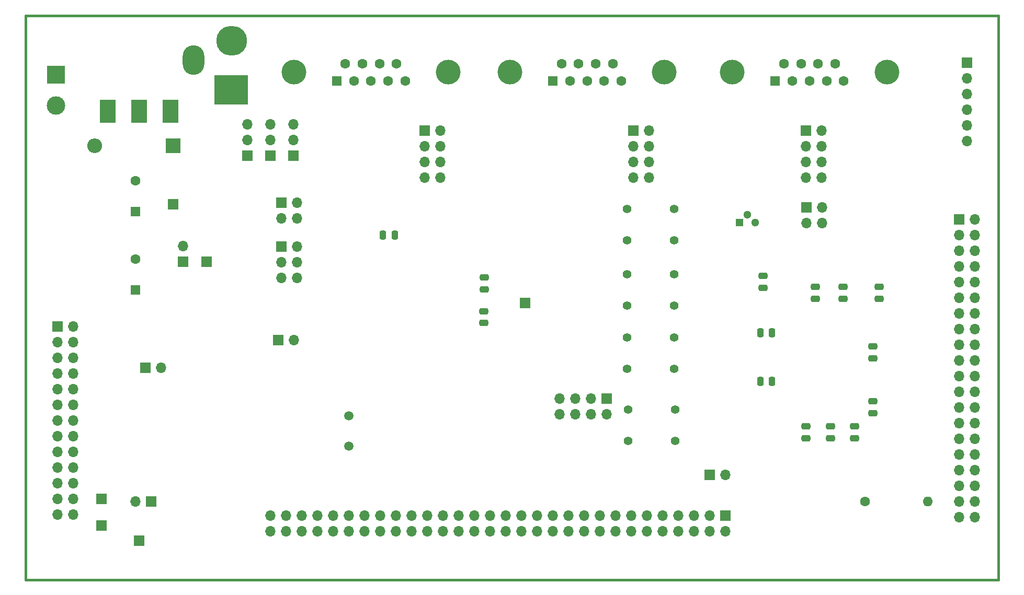
<source format=gbr>
%TF.GenerationSoftware,KiCad,Pcbnew,8.99.0-344-gfbc433deaa-dirty*%
%TF.CreationDate,2024-03-11T18:45:51+01:00*%
%TF.ProjectId,kit-dev-coldfire-xilinx_5213,6b69742d-6465-4762-9d63-6f6c64666972,2*%
%TF.SameCoordinates,Original*%
%TF.FileFunction,Soldermask,Bot*%
%TF.FilePolarity,Negative*%
%FSLAX46Y46*%
G04 Gerber Fmt 4.6, Leading zero omitted, Abs format (unit mm)*
G04 Created by KiCad (PCBNEW 8.99.0-344-gfbc433deaa-dirty) date 2024-03-11 18:45:51*
%MOMM*%
%LPD*%
G01*
G04 APERTURE LIST*
G04 Aperture macros list*
%AMRoundRect*
0 Rectangle with rounded corners*
0 $1 Rounding radius*
0 $2 $3 $4 $5 $6 $7 $8 $9 X,Y pos of 4 corners*
0 Add a 4 corners polygon primitive as box body*
4,1,4,$2,$3,$4,$5,$6,$7,$8,$9,$2,$3,0*
0 Add four circle primitives for the rounded corners*
1,1,$1+$1,$2,$3*
1,1,$1+$1,$4,$5*
1,1,$1+$1,$6,$7*
1,1,$1+$1,$8,$9*
0 Add four rect primitives between the rounded corners*
20,1,$1+$1,$2,$3,$4,$5,0*
20,1,$1+$1,$4,$5,$6,$7,0*
20,1,$1+$1,$6,$7,$8,$9,0*
20,1,$1+$1,$8,$9,$2,$3,0*%
G04 Aperture macros list end*
%ADD10C,1.397000*%
%ADD11R,1.700000X1.700000*%
%ADD12O,1.700000X1.700000*%
%ADD13R,1.600000X1.600000*%
%ADD14C,1.600000*%
%ADD15R,2.400000X2.400000*%
%ADD16O,2.400000X2.400000*%
%ADD17R,5.500000X4.800600*%
%ADD18O,5.000000X4.800600*%
%ADD19O,3.500000X4.800600*%
%ADD20R,1.300000X1.300000*%
%ADD21C,1.300000*%
%ADD22O,1.600000X1.600000*%
%ADD23R,2.540000X3.810000*%
%ADD24R,3.000000X3.000000*%
%ADD25C,3.000000*%
%ADD26C,1.500000*%
%ADD27C,4.000000*%
%ADD28RoundRect,0.250000X0.250000X0.475000X-0.250000X0.475000X-0.250000X-0.475000X0.250000X-0.475000X0*%
%ADD29RoundRect,0.250000X0.475000X-0.250000X0.475000X0.250000X-0.475000X0.250000X-0.475000X-0.250000X0*%
%ADD30RoundRect,0.250000X-0.475000X0.250000X-0.475000X-0.250000X0.475000X-0.250000X0.475000X0.250000X0*%
%TA.AperFunction,Profile*%
%ADD31C,0.381000*%
%TD*%
G04 APERTURE END LIST*
D10*
%TO.C,ABRT_SW101*%
X168529000Y-97790000D03*
X176149000Y-97790000D03*
X168529000Y-102870000D03*
X176149000Y-102870000D03*
%TD*%
D11*
%TO.C,ALLPST101*%
X152019000Y-102489000D03*
%TD*%
%TO.C,BDM_PORT101*%
X76327000Y-106299000D03*
D12*
X78867000Y-106299000D03*
X76327000Y-108839000D03*
X78867000Y-108839000D03*
X76327000Y-111379000D03*
X78867000Y-111379000D03*
X76327000Y-113919000D03*
X78867000Y-113919000D03*
X76327000Y-116459000D03*
X78867000Y-116459000D03*
X76327000Y-118999000D03*
X78867000Y-118999000D03*
X76327000Y-121539000D03*
X78867000Y-121539000D03*
X76327000Y-124079000D03*
X78867000Y-124079000D03*
X76327000Y-126619000D03*
X78867000Y-126619000D03*
X76327000Y-129159000D03*
X78867000Y-129159000D03*
X76327000Y-131699000D03*
X78867000Y-131699000D03*
X76327000Y-134239000D03*
X78867000Y-134239000D03*
X76327000Y-136779000D03*
X78867000Y-136779000D03*
%TD*%
D13*
%TO.C,C212*%
X88900000Y-87630000D03*
D14*
X88900000Y-82630000D03*
%TD*%
D13*
%TO.C,C215*%
X88900000Y-100330000D03*
D14*
X88900000Y-95330000D03*
%TD*%
D11*
%TO.C,CAN_TERM201*%
X96647000Y-95758000D03*
D12*
X96647000Y-93218000D03*
%TD*%
D11*
%TO.C,CLKOUT101*%
X83439000Y-134239000D03*
%TD*%
%TO.C,COM_SEL203*%
X114500000Y-78613000D03*
D12*
X114500000Y-76073000D03*
X114500000Y-73533000D03*
%TD*%
D11*
%TO.C,COM_SEL202*%
X110744000Y-78613000D03*
D12*
X110744000Y-76073000D03*
X110744000Y-73533000D03*
%TD*%
D11*
%TO.C,CT101*%
X91440000Y-134620000D03*
D12*
X88900000Y-134620000D03*
%TD*%
D15*
%TO.C,D201*%
X95000000Y-77000000D03*
D16*
X82300000Y-77000000D03*
%TD*%
D11*
%TO.C,GND101*%
X89535000Y-140970000D03*
%TD*%
D17*
%TO.C,J201*%
X104400000Y-67900000D03*
D18*
X104500000Y-60000000D03*
D19*
X98300000Y-63100000D03*
%TD*%
D20*
%TO.C,LV101*%
X186690000Y-89408000D03*
D21*
X187960000Y-88138000D03*
X189230000Y-89408000D03*
%TD*%
D11*
%TO.C,MCU_PORT201*%
X184404000Y-136906000D03*
D12*
X184404000Y-139446000D03*
X181864000Y-136906000D03*
X181864000Y-139446000D03*
X179324000Y-136906000D03*
X179324000Y-139446000D03*
X176784000Y-136906000D03*
X176784000Y-139446000D03*
X174244000Y-136906000D03*
X174244000Y-139446000D03*
X171704000Y-136906000D03*
X171704000Y-139446000D03*
X169164000Y-136906000D03*
X169164000Y-139446000D03*
X166624000Y-136906000D03*
X166624000Y-139446000D03*
X164084000Y-136906000D03*
X164084000Y-139446000D03*
X161544000Y-136906000D03*
X161544000Y-139446000D03*
X159004000Y-136906000D03*
X159004000Y-139446000D03*
X156464000Y-136906000D03*
X156464000Y-139446000D03*
X153924000Y-136906000D03*
X153924000Y-139446000D03*
X151384000Y-136906000D03*
X151384000Y-139446000D03*
X148844000Y-136906000D03*
X148844000Y-139446000D03*
X146304000Y-136906000D03*
X146304000Y-139446000D03*
X143764000Y-136906000D03*
X143764000Y-139446000D03*
X141224000Y-136906000D03*
X141224000Y-139446000D03*
X138684000Y-136906000D03*
X138684000Y-139446000D03*
X136144000Y-136906000D03*
X136144000Y-139446000D03*
X133604000Y-136906000D03*
X133604000Y-139446000D03*
X131064000Y-136906000D03*
X131064000Y-139446000D03*
X128524000Y-136906000D03*
X128524000Y-139446000D03*
X125984000Y-136906000D03*
X125984000Y-139446000D03*
X123444000Y-136906000D03*
X123444000Y-139446000D03*
X120904000Y-136906000D03*
X120904000Y-139446000D03*
X118364000Y-136906000D03*
X118364000Y-139446000D03*
X115824000Y-136906000D03*
X115824000Y-139446000D03*
X113284000Y-136906000D03*
X113284000Y-139446000D03*
X110744000Y-136906000D03*
X110744000Y-139446000D03*
%TD*%
D11*
%TO.C,P301*%
X223520000Y-63500000D03*
D12*
X223520000Y-66040000D03*
X223520000Y-68580000D03*
X223520000Y-71120000D03*
X223520000Y-73660000D03*
X223520000Y-76200000D03*
%TD*%
D11*
%TO.C,P303*%
X222250000Y-88900000D03*
D12*
X224790000Y-88900000D03*
X222250000Y-91440000D03*
X224790000Y-91440000D03*
X222250000Y-93980000D03*
X224790000Y-93980000D03*
X222250000Y-96520000D03*
X224790000Y-96520000D03*
X222250000Y-99060000D03*
X224790000Y-99060000D03*
X222250000Y-101600000D03*
X224790000Y-101600000D03*
X222250000Y-104140000D03*
X224790000Y-104140000D03*
X222250000Y-106680000D03*
X224790000Y-106680000D03*
X222250000Y-109220000D03*
X224790000Y-109220000D03*
X222250000Y-111760000D03*
X224790000Y-111760000D03*
X222250000Y-114300000D03*
X224790000Y-114300000D03*
X222250000Y-116840000D03*
X224790000Y-116840000D03*
X222250000Y-119380000D03*
X224790000Y-119380000D03*
X222250000Y-121920000D03*
X224790000Y-121920000D03*
X222250000Y-124460000D03*
X224790000Y-124460000D03*
X222250000Y-127000000D03*
X224790000Y-127000000D03*
X222250000Y-129540000D03*
X224790000Y-129540000D03*
X222250000Y-132080000D03*
X224790000Y-132080000D03*
X222250000Y-134620000D03*
X224790000Y-134620000D03*
X222250000Y-137160000D03*
X224790000Y-137160000D03*
%TD*%
D11*
%TO.C,PULUPEN201*%
X165227000Y-117983000D03*
D12*
X165227000Y-120523000D03*
X162687000Y-117983000D03*
X162687000Y-120523000D03*
X160147000Y-117983000D03*
X160147000Y-120523000D03*
X157607000Y-117983000D03*
X157607000Y-120523000D03*
%TD*%
D14*
%TO.C,R302*%
X207010000Y-134620000D03*
D22*
X217170000Y-134620000D03*
%TD*%
D11*
%TO.C,RS201*%
X100457000Y-95758000D03*
%TD*%
D10*
%TO.C,RST_SW101*%
X176149000Y-92329000D03*
X168529000Y-92329000D03*
X176149000Y-87249000D03*
X168529000Y-87249000D03*
%TD*%
%TO.C,SW201*%
X168529000Y-108077000D03*
X176149000Y-108077000D03*
X168529000Y-113157000D03*
X176149000Y-113157000D03*
%TD*%
%TO.C,SW202*%
X168656000Y-119761000D03*
X176276000Y-119761000D03*
X168656000Y-124841000D03*
X176276000Y-124841000D03*
%TD*%
D23*
%TO.C,SW_ONOFF201*%
X84420000Y-71374000D03*
X89500000Y-71374000D03*
X94580000Y-71374000D03*
%TD*%
D11*
%TO.C,TA-101*%
X83439000Y-138557000D03*
%TD*%
D24*
%TO.C,TB201*%
X76000000Y-65500000D03*
D25*
X76000000Y-70500000D03*
%TD*%
D11*
%TO.C,UART_EN201*%
X197485000Y-74549000D03*
D12*
X200025000Y-74549000D03*
X197485000Y-77089000D03*
X200025000Y-77089000D03*
X197485000Y-79629000D03*
X200025000Y-79629000D03*
X197485000Y-82169000D03*
X200025000Y-82169000D03*
%TD*%
D11*
%TO.C,UART_EN202*%
X169545000Y-74549000D03*
D12*
X172085000Y-74549000D03*
X169545000Y-77089000D03*
X172085000Y-77089000D03*
X169545000Y-79629000D03*
X172085000Y-79629000D03*
X169545000Y-82169000D03*
X172085000Y-82169000D03*
%TD*%
D11*
%TO.C,UART_EN203*%
X135763000Y-74549000D03*
D12*
X138303000Y-74549000D03*
X135763000Y-77089000D03*
X138303000Y-77089000D03*
X135763000Y-79629000D03*
X138303000Y-79629000D03*
X135763000Y-82169000D03*
X138303000Y-82169000D03*
%TD*%
D11*
%TO.C,VDDA101*%
X112014000Y-108458000D03*
D12*
X114554000Y-108458000D03*
%TD*%
D26*
%TO.C,Y101*%
X123444000Y-120777000D03*
X123444000Y-125677000D03*
%TD*%
D11*
%TO.C,CAN_EN201*%
X112522000Y-86233000D03*
D12*
X115062000Y-86233000D03*
X112522000Y-88773000D03*
X115062000Y-88773000D03*
%TD*%
D11*
%TO.C,VX_EN201*%
X181864000Y-130302000D03*
D12*
X184404000Y-130302000D03*
%TD*%
D11*
%TO.C,JP101*%
X112522000Y-93345000D03*
D12*
X115062000Y-93345000D03*
X112522000Y-95885000D03*
X115062000Y-95885000D03*
X112522000Y-98425000D03*
X115062000Y-98425000D03*
%TD*%
D11*
%TO.C,P302*%
X197500000Y-87000000D03*
D12*
X200040000Y-87000000D03*
X197500000Y-89540000D03*
X200040000Y-89540000D03*
%TD*%
D11*
%TO.C,COM_SEL201*%
X107000000Y-78613000D03*
D12*
X107000000Y-76073000D03*
X107000000Y-73533000D03*
%TD*%
D11*
%TO.C,JP201*%
X90500000Y-113000000D03*
D12*
X93040000Y-113000000D03*
%TD*%
D27*
%TO.C,UARTCAN201*%
X210540000Y-65080000D03*
X185540000Y-65080000D03*
D13*
X192500000Y-66500000D03*
D14*
X195270000Y-66500000D03*
X198040000Y-66500000D03*
X200810000Y-66500000D03*
X203580000Y-66500000D03*
X193885000Y-63660000D03*
X196655000Y-63660000D03*
X199425000Y-63660000D03*
X202195000Y-63660000D03*
%TD*%
D27*
%TO.C,UARTCAN202*%
X174540000Y-65080000D03*
X149540000Y-65080000D03*
D13*
X156500000Y-66500000D03*
D14*
X159270000Y-66500000D03*
X162040000Y-66500000D03*
X164810000Y-66500000D03*
X167580000Y-66500000D03*
X157885000Y-63660000D03*
X160655000Y-63660000D03*
X163425000Y-63660000D03*
X166195000Y-63660000D03*
%TD*%
D27*
%TO.C,UARTCAN203*%
X139540000Y-65080000D03*
X114540000Y-65080000D03*
D13*
X121500000Y-66500000D03*
D14*
X124270000Y-66500000D03*
X127040000Y-66500000D03*
X129810000Y-66500000D03*
X132580000Y-66500000D03*
X122885000Y-63660000D03*
X125655000Y-63660000D03*
X128425000Y-63660000D03*
X131195000Y-63660000D03*
%TD*%
D11*
%TO.C,VREF201*%
X95000000Y-86500000D03*
%TD*%
D28*
%TO.C,C112*%
X130871000Y-91440000D03*
X128971000Y-91440000D03*
%TD*%
D29*
%TO.C,C117*%
X145288000Y-105725000D03*
X145288000Y-103825000D03*
%TD*%
D30*
%TO.C,C118*%
X145415000Y-98364000D03*
X145415000Y-100264000D03*
%TD*%
D29*
%TO.C,C301*%
X209296000Y-101788000D03*
X209296000Y-99888000D03*
%TD*%
D28*
%TO.C,C302*%
X191958000Y-107315000D03*
X190058000Y-107315000D03*
%TD*%
D29*
%TO.C,C303*%
X203454000Y-101788000D03*
X203454000Y-99888000D03*
%TD*%
D30*
%TO.C,C304*%
X208280000Y-109540000D03*
X208280000Y-111440000D03*
%TD*%
%TO.C,C305*%
X201422000Y-122494000D03*
X201422000Y-124394000D03*
%TD*%
%TO.C,C306*%
X208280000Y-118430000D03*
X208280000Y-120330000D03*
%TD*%
%TO.C,C307*%
X190500000Y-98110000D03*
X190500000Y-100010000D03*
%TD*%
D29*
%TO.C,C308*%
X199009000Y-101788000D03*
X199009000Y-99888000D03*
%TD*%
D30*
%TO.C,C309*%
X205359000Y-122494000D03*
X205359000Y-124394000D03*
%TD*%
%TO.C,C310*%
X197485000Y-122494000D03*
X197485000Y-124394000D03*
%TD*%
D28*
%TO.C,C311*%
X191958000Y-115189000D03*
X190058000Y-115189000D03*
%TD*%
D31*
X71120000Y-147320000D02*
X228600000Y-147320000D01*
X71120000Y-55880000D02*
X71120000Y-147320000D01*
X228600000Y-55880000D02*
X228600000Y-147320000D01*
X228600000Y-55880000D02*
X71120000Y-55880000D01*
M02*

</source>
